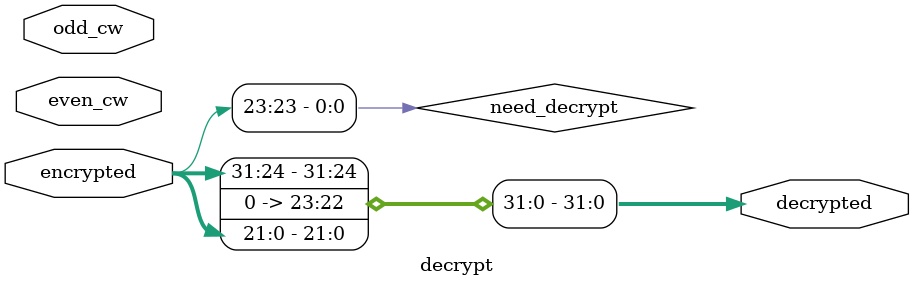
<source format=v>

module decrypt(even_cw,odd_cw,encrypted,decrypted);
input  [8*8-1:0]even_cw;
input  [8*8-1:0]odd_cw;
input  [188*8-1:0]encrypted;
output [188*8-1:0]decrypted;

wire  [56*8-1:0]even_kk;
wire  [56*8-1:0]odd_kk;

wire [8*8-1:0]cw;
wire [8*8-1:0]kk;
wire need_decrypt;

key_schedule ks_even(even_cw,even_kk);
key_schedule ks_odd(odd_cw,odd_kk);

assign decrypted[8-1:0]=encrypted[8-1:0];
assign decrypted[2*8-1:8]=encrypted[2*8-1:8];
assign decrypted[3*8-1:2*8]={2'b0,encrypted[3*8-3:2*8]};
assign decrypted[4*8-1:3*8]={2'b0,encrypted[4*8-1:3*8]};
// bit23-22  00 no scrambel
//           10 even key 
//           11 odd key

assign need_decrypt=encrypted[3*8-1];
assign cw=encrypted[3*8-2]?odd_cw:even_cw;
assign kk=encrypted[3*8-2]?odd_kk:even_kk;



endmodule

</source>
